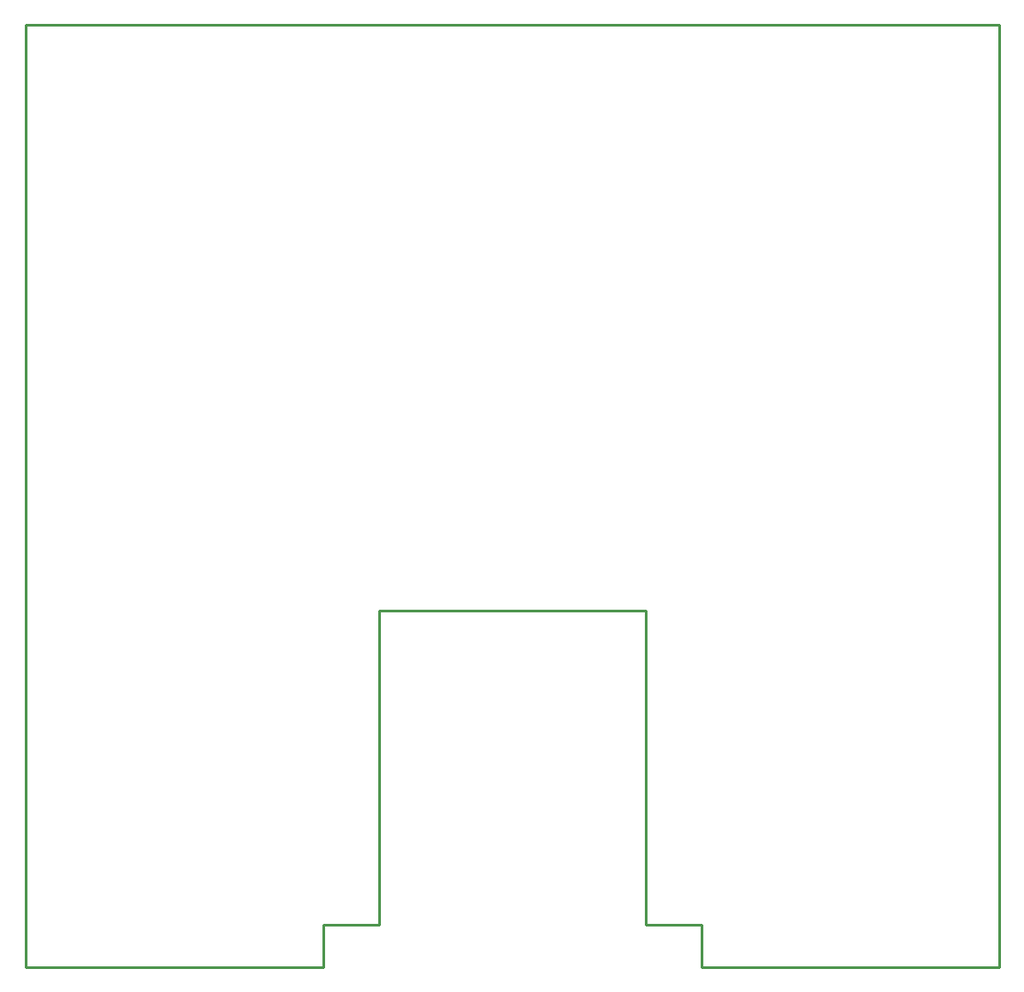
<source format=gm1>
G04*
G04 #@! TF.GenerationSoftware,Altium Limited,Altium Designer,20.2.5 (213)*
G04*
G04 Layer_Color=16711935*
%FSLAX24Y24*%
%MOIN*%
G70*
G04*
G04 #@! TF.SameCoordinates,311A2180-9421-45D2-9D82-A7DF5611BF6A*
G04*
G04*
G04 #@! TF.FilePolarity,Positive*
G04*
G01*
G75*
%ADD10C,0.0100*%
D10*
X35800Y31030D02*
X45820D01*
Y19220D02*
Y31030D01*
X35800Y19220D02*
Y31030D01*
X45820Y19220D02*
X47920D01*
X33700D02*
X35800D01*
X47920Y17620D02*
Y19220D01*
X33700Y17620D02*
Y19220D01*
X47920Y17620D02*
X59120D01*
X22500D02*
X33700D01*
X22500D02*
Y53120D01*
X59120D01*
Y17620D02*
Y53120D01*
M02*

</source>
